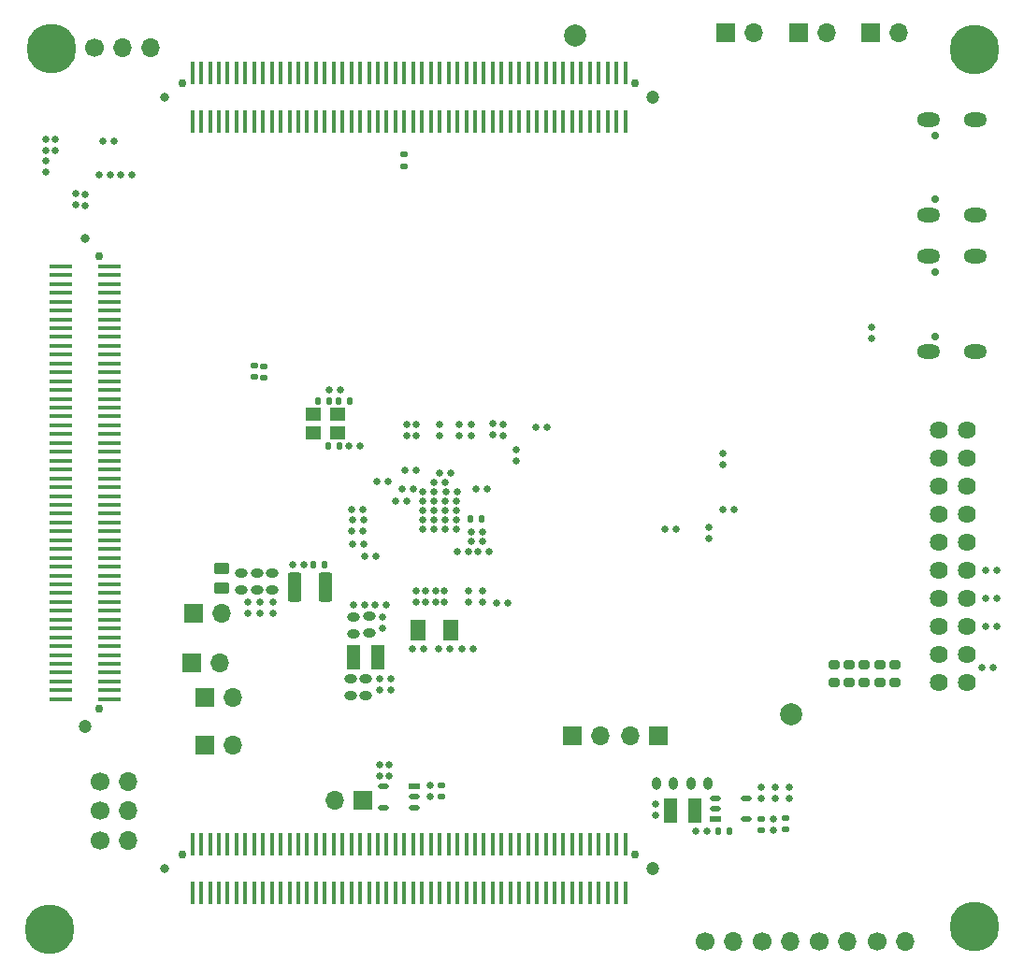
<source format=gbr>
G04 #@! TF.GenerationSoftware,KiCad,Pcbnew,7.0.2*
G04 #@! TF.CreationDate,2023-07-08T17:01:21+08:00*
G04 #@! TF.ProjectId,HPM1500_DDR3_CORE_RevB,48504d31-3530-4305-9f44-4452335f434f,rev?*
G04 #@! TF.SameCoordinates,Original*
G04 #@! TF.FileFunction,Soldermask,Bot*
G04 #@! TF.FilePolarity,Negative*
%FSLAX46Y46*%
G04 Gerber Fmt 4.6, Leading zero omitted, Abs format (unit mm)*
G04 Created by KiCad (PCBNEW 7.0.2) date 2023-07-08 17:01:21*
%MOMM*%
%LPD*%
G01*
G04 APERTURE LIST*
G04 Aperture macros list*
%AMRoundRect*
0 Rectangle with rounded corners*
0 $1 Rounding radius*
0 $2 $3 $4 $5 $6 $7 $8 $9 X,Y pos of 4 corners*
0 Add a 4 corners polygon primitive as box body*
4,1,4,$2,$3,$4,$5,$6,$7,$8,$9,$2,$3,0*
0 Add four circle primitives for the rounded corners*
1,1,$1+$1,$2,$3*
1,1,$1+$1,$4,$5*
1,1,$1+$1,$6,$7*
1,1,$1+$1,$8,$9*
0 Add four rect primitives between the rounded corners*
20,1,$1+$1,$2,$3,$4,$5,0*
20,1,$1+$1,$4,$5,$6,$7,0*
20,1,$1+$1,$6,$7,$8,$9,0*
20,1,$1+$1,$8,$9,$2,$3,0*%
G04 Aperture macros list end*
%ADD10C,1.700000*%
%ADD11O,1.700000X1.700000*%
%ADD12C,1.625600*%
%ADD13C,2.001600*%
%ADD14R,1.700000X1.700000*%
%ADD15C,4.500000*%
%ADD16C,0.700000*%
%ADD17O,2.101600X1.301600*%
%ADD18C,0.635000*%
%ADD19C,0.800000*%
%ADD20C,0.762000*%
%ADD21C,1.200000*%
%ADD22R,0.450000X2.000000*%
%ADD23RoundRect,0.200000X0.275000X-0.200000X0.275000X0.200000X-0.275000X0.200000X-0.275000X-0.200000X0*%
%ADD24R,2.000000X0.450000*%
%ADD25R,1.400000X1.200000*%
%ADD26RoundRect,0.135000X-0.185000X0.135000X-0.185000X-0.135000X0.185000X-0.135000X0.185000X0.135000X0*%
%ADD27RoundRect,0.050800X-0.650250X-0.900450X0.650250X-0.900450X0.650250X0.900450X-0.650250X0.900450X0*%
%ADD28RoundRect,0.135000X-0.135000X-0.185000X0.135000X-0.185000X0.135000X0.185000X-0.135000X0.185000X0*%
%ADD29O,1.143000X0.889000*%
%ADD30O,0.889000X1.143000*%
%ADD31RoundRect,0.135000X0.135000X0.185000X-0.135000X0.185000X-0.135000X-0.185000X0.135000X-0.185000X0*%
%ADD32RoundRect,0.250000X0.375000X1.075000X-0.375000X1.075000X-0.375000X-1.075000X0.375000X-1.075000X0*%
%ADD33R,1.230000X2.220000*%
%ADD34R,1.016000X0.508000*%
%ADD35O,1.016000X0.508000*%
%ADD36RoundRect,0.135000X0.185000X-0.135000X0.185000X0.135000X-0.185000X0.135000X-0.185000X-0.135000X0*%
%ADD37RoundRect,0.250000X-0.450000X0.262500X-0.450000X-0.262500X0.450000X-0.262500X0.450000X0.262500X0*%
G04 APERTURE END LIST*
D10*
X179695000Y-141185000D03*
D11*
X182235000Y-141185000D03*
D10*
X114545000Y-129355000D03*
D11*
X117085000Y-129355000D03*
D12*
X193070000Y-117714000D03*
X190530000Y-117714000D03*
X193070000Y-115174000D03*
X190530000Y-115174000D03*
X193070000Y-112634000D03*
X190530000Y-112634000D03*
X193070000Y-110094000D03*
X190530000Y-110094000D03*
X193070000Y-107554000D03*
X190530000Y-107554000D03*
X193070000Y-105014000D03*
X190530000Y-105014000D03*
X193070000Y-102474000D03*
X190530000Y-102474000D03*
X193070000Y-99934000D03*
X190530000Y-99934000D03*
X193070000Y-97394000D03*
X190530000Y-97394000D03*
X193070000Y-94854000D03*
X190530000Y-94854000D03*
D13*
X157585000Y-59150000D03*
D10*
X174485000Y-141205000D03*
D11*
X177025000Y-141205000D03*
D14*
X165115000Y-122540000D03*
D11*
X162575000Y-122540000D03*
D10*
X114545000Y-126705000D03*
D11*
X117085000Y-126705000D03*
D15*
X193725000Y-60430000D03*
X109945000Y-140045000D03*
D14*
X184345000Y-58865000D03*
D11*
X186885000Y-58865000D03*
D10*
X169295000Y-141205000D03*
D11*
X171835000Y-141205000D03*
D10*
X184895000Y-141185000D03*
D11*
X187435000Y-141185000D03*
D10*
X114045000Y-60285000D03*
D11*
X116585000Y-60285000D03*
X119125000Y-60285000D03*
D13*
X177085000Y-120600000D03*
D10*
X114545000Y-132005000D03*
D11*
X117085000Y-132005000D03*
D14*
X122875000Y-115955000D03*
D11*
X125415000Y-115955000D03*
D15*
X193725000Y-139830000D03*
D14*
X157305000Y-122555000D03*
D11*
X159845000Y-122555000D03*
D14*
X138365000Y-128405000D03*
D11*
X135825000Y-128405000D03*
D14*
X171185000Y-58865000D03*
D11*
X173725000Y-58865000D03*
D14*
X177765000Y-58865000D03*
D11*
X180305000Y-58865000D03*
D14*
X124005000Y-119115000D03*
D11*
X126545000Y-119115000D03*
D16*
X190129900Y-73990200D03*
X190129900Y-68210200D03*
D17*
X189599900Y-75420500D03*
X189600000Y-66780300D03*
X193779900Y-75420400D03*
X193780000Y-66780200D03*
D14*
X123045000Y-111505000D03*
D11*
X125585000Y-111505000D03*
D16*
X190129900Y-86365000D03*
X190129900Y-80585000D03*
D17*
X189599900Y-87795300D03*
X189600000Y-79155100D03*
X193779900Y-87795200D03*
X193780000Y-79155000D03*
D14*
X124005000Y-123427500D03*
D11*
X126545000Y-123427500D03*
D15*
X110124958Y-60347821D03*
D18*
X140715000Y-126173000D03*
X140715000Y-125157000D03*
X143742000Y-100490000D03*
X144758000Y-100490000D03*
D19*
X120394988Y-134570106D03*
D20*
X121994988Y-133320106D03*
X162995188Y-133320106D03*
D21*
X164595188Y-134570106D03*
D22*
X122894988Y-132370106D03*
X122894988Y-136769894D03*
X123695000Y-132370106D03*
X123695000Y-136769894D03*
X124495012Y-132370106D03*
X124495012Y-136769894D03*
X125295024Y-132370106D03*
X125295024Y-136769894D03*
X126095036Y-132370106D03*
X126095036Y-136769894D03*
X126895048Y-132370106D03*
X126895048Y-136769894D03*
X127695060Y-132370106D03*
X127695060Y-136769894D03*
X128495072Y-132370106D03*
X128495072Y-136769894D03*
X129295084Y-132370106D03*
X129295084Y-136769894D03*
X130095096Y-132370106D03*
X130095096Y-136769894D03*
X130895108Y-132370106D03*
X130895108Y-136769894D03*
X131695120Y-132370106D03*
X131695120Y-136769894D03*
X132495132Y-132370106D03*
X132495132Y-136769894D03*
X133295144Y-132370106D03*
X133295144Y-136769894D03*
X134095156Y-132370106D03*
X134095156Y-136769894D03*
X134895168Y-132370106D03*
X134895168Y-136769894D03*
X135695180Y-132370106D03*
X135695180Y-136769894D03*
X136495192Y-132370106D03*
X136495192Y-136769894D03*
X137295204Y-132370106D03*
X137295204Y-136769894D03*
X138095216Y-132370106D03*
X138095216Y-136769894D03*
X138895228Y-132370106D03*
X138895228Y-136769894D03*
X139695240Y-132370106D03*
X139695240Y-136769894D03*
X140495252Y-132370106D03*
X140495252Y-136769894D03*
X141295264Y-132370106D03*
X141295264Y-136769894D03*
X142095292Y-132370106D03*
X142095292Y-136769894D03*
X142895292Y-132370106D03*
X142895292Y-136769894D03*
X143695292Y-132370106D03*
X143695292Y-136769894D03*
X144495292Y-132370106D03*
X144495292Y-136769894D03*
X145295292Y-132370106D03*
X145295292Y-136769894D03*
X146095292Y-132370106D03*
X146095292Y-136769894D03*
X146895292Y-132370106D03*
X146895292Y-136769894D03*
X147695292Y-132370106D03*
X147695292Y-136769894D03*
X148495292Y-132370106D03*
X148495292Y-136769894D03*
X149295292Y-132370106D03*
X149295292Y-136769894D03*
X150095292Y-132370106D03*
X150095292Y-136769894D03*
X150895292Y-132370106D03*
X150895292Y-136769894D03*
X151695292Y-132370106D03*
X151695292Y-136769894D03*
X152495292Y-132370106D03*
X152495292Y-136769894D03*
X153295292Y-132370106D03*
X153295292Y-136769894D03*
X154095292Y-132370106D03*
X154095292Y-136769894D03*
X154895292Y-132370106D03*
X154895292Y-136769894D03*
X155695292Y-132370106D03*
X155695292Y-136769894D03*
X156495292Y-132370106D03*
X156495292Y-136769894D03*
X157295292Y-132370106D03*
X157295292Y-136769894D03*
X158095292Y-132370106D03*
X158095292Y-136769894D03*
X158895292Y-132370106D03*
X158895292Y-136769894D03*
X159695292Y-132370106D03*
X159695292Y-136769894D03*
X160495292Y-132370106D03*
X160495292Y-136769894D03*
X161295292Y-132370106D03*
X161295292Y-136769894D03*
X162095292Y-132370106D03*
X162095292Y-136769894D03*
D18*
X170937000Y-102085000D03*
X171953000Y-102085000D03*
D23*
X186485000Y-117769200D03*
X186485000Y-116119200D03*
D18*
X140860000Y-117382000D03*
X140860000Y-118398000D03*
X145735000Y-109437000D03*
X145735000Y-110453000D03*
D23*
X183760000Y-117769200D03*
X183760000Y-116119200D03*
D18*
X127885000Y-110455000D03*
X127885000Y-111471000D03*
X146248000Y-114645000D03*
X145232000Y-114645000D03*
X129035000Y-110455000D03*
X129035000Y-111471000D03*
D19*
X113219894Y-77542488D03*
D20*
X114469894Y-79142488D03*
X114469894Y-120142688D03*
D21*
X113219894Y-121742688D03*
D24*
X115419894Y-80042488D03*
X111020106Y-80042488D03*
X115419894Y-80842500D03*
X111020106Y-80842500D03*
X115419894Y-81642512D03*
X111020106Y-81642512D03*
X115419894Y-82442524D03*
X111020106Y-82442524D03*
X115419894Y-83242536D03*
X111020106Y-83242536D03*
X115419894Y-84042548D03*
X111020106Y-84042548D03*
X115419894Y-84842560D03*
X111020106Y-84842560D03*
X115419894Y-85642572D03*
X111020106Y-85642572D03*
X115419894Y-86442584D03*
X111020106Y-86442584D03*
X115419894Y-87242596D03*
X111020106Y-87242596D03*
X115419894Y-88042608D03*
X111020106Y-88042608D03*
X115419894Y-88842620D03*
X111020106Y-88842620D03*
X115419894Y-89642632D03*
X111020106Y-89642632D03*
X115419894Y-90442644D03*
X111020106Y-90442644D03*
X115419894Y-91242656D03*
X111020106Y-91242656D03*
X115419894Y-92042668D03*
X111020106Y-92042668D03*
X115419894Y-92842680D03*
X111020106Y-92842680D03*
X115419894Y-93642692D03*
X111020106Y-93642692D03*
X115419894Y-94442704D03*
X111020106Y-94442704D03*
X115419894Y-95242716D03*
X111020106Y-95242716D03*
X115419894Y-96042728D03*
X111020106Y-96042728D03*
X115419894Y-96842740D03*
X111020106Y-96842740D03*
X115419894Y-97642752D03*
X111020106Y-97642752D03*
X115419894Y-98442764D03*
X111020106Y-98442764D03*
X115419894Y-99242792D03*
X111020106Y-99242792D03*
X115419894Y-100042792D03*
X111020106Y-100042792D03*
X115419894Y-100842792D03*
X111020106Y-100842792D03*
X115419894Y-101642792D03*
X111020106Y-101642792D03*
X115419894Y-102442792D03*
X111020106Y-102442792D03*
X115419894Y-103242792D03*
X111020106Y-103242792D03*
X115419894Y-104042792D03*
X111020106Y-104042792D03*
X115419894Y-104842792D03*
X111020106Y-104842792D03*
X115419894Y-105642792D03*
X111020106Y-105642792D03*
X115419894Y-106442792D03*
X111020106Y-106442792D03*
X115419894Y-107242792D03*
X111020106Y-107242792D03*
X115419894Y-108042792D03*
X111020106Y-108042792D03*
X115419894Y-108842792D03*
X111020106Y-108842792D03*
X115419894Y-109642792D03*
X111020106Y-109642792D03*
X115419894Y-110442792D03*
X111020106Y-110442792D03*
X115419894Y-111242792D03*
X111020106Y-111242792D03*
X115419894Y-112042792D03*
X111020106Y-112042792D03*
X115419894Y-112842792D03*
X111020106Y-112842792D03*
X115419894Y-113642792D03*
X111020106Y-113642792D03*
X115419894Y-114442792D03*
X111020106Y-114442792D03*
X115419894Y-115242792D03*
X111020106Y-115242792D03*
X115419894Y-116042792D03*
X111020106Y-116042792D03*
X115419894Y-116842792D03*
X111020106Y-116842792D03*
X115419894Y-117642792D03*
X111020106Y-117642792D03*
X115419894Y-118442792D03*
X111020106Y-118442792D03*
X115419894Y-119242792D03*
X111020106Y-119242792D03*
D18*
X142353000Y-101265000D03*
X141337000Y-101265000D03*
X149155000Y-104985000D03*
X148139000Y-104985000D03*
X115483000Y-71725000D03*
X114467000Y-71725000D03*
X116415000Y-71795000D03*
X117431000Y-71795000D03*
X147925000Y-109417000D03*
X147925000Y-110433000D03*
D25*
X133889000Y-93400000D03*
X136089000Y-93400000D03*
X136089000Y-95100000D03*
X133889000Y-95100000D03*
D18*
X174414900Y-128212297D03*
X174414900Y-127196297D03*
X139860000Y-117382000D03*
X139860000Y-118398000D03*
D26*
X145435000Y-127075000D03*
X145435000Y-128095000D03*
D27*
X143337000Y-113020000D03*
X146253000Y-113020000D03*
D18*
X133009000Y-107105000D03*
X131993000Y-107105000D03*
X142127000Y-98500000D03*
X143143000Y-98500000D03*
X140135000Y-111847000D03*
X140135000Y-112863000D03*
X138463000Y-105190000D03*
X137447000Y-105190000D03*
X148117000Y-104125000D03*
X149133000Y-104125000D03*
X143843000Y-114645000D03*
X142827000Y-114645000D03*
D28*
X134245000Y-92210000D03*
X135265000Y-92210000D03*
D18*
X175635000Y-128208000D03*
X175635000Y-127192000D03*
X150065000Y-95338000D03*
X150065000Y-94322000D03*
D29*
X137495000Y-111770000D03*
X137495000Y-113294000D03*
D26*
X128475000Y-89060000D03*
X128475000Y-90080000D03*
D18*
X148175000Y-95368000D03*
X148175000Y-94352000D03*
X146803000Y-101295000D03*
X145787000Y-101295000D03*
X149633000Y-100175000D03*
X148617000Y-100175000D03*
X142908000Y-100200000D03*
X141892000Y-100200000D03*
X109629700Y-69559200D03*
X109629700Y-68543200D03*
X138353000Y-103985000D03*
X137337000Y-103985000D03*
X146323000Y-98765000D03*
X145307000Y-98765000D03*
D28*
X135175000Y-96310000D03*
X136195000Y-96310000D03*
D18*
X146823000Y-103885000D03*
X145807000Y-103885000D03*
X151045000Y-95358000D03*
X151045000Y-94342000D03*
D19*
X120394988Y-64720106D03*
D20*
X121994988Y-63470106D03*
X162995188Y-63470106D03*
D21*
X164595188Y-64720106D03*
D22*
X122894988Y-62520106D03*
X122894988Y-66919894D03*
X123695000Y-62520106D03*
X123695000Y-66919894D03*
X124495012Y-62520106D03*
X124495012Y-66919894D03*
X125295024Y-62520106D03*
X125295024Y-66919894D03*
X126095036Y-62520106D03*
X126095036Y-66919894D03*
X126895048Y-62520106D03*
X126895048Y-66919894D03*
X127695060Y-62520106D03*
X127695060Y-66919894D03*
X128495072Y-62520106D03*
X128495072Y-66919894D03*
X129295084Y-62520106D03*
X129295084Y-66919894D03*
X130095096Y-62520106D03*
X130095096Y-66919894D03*
X130895108Y-62520106D03*
X130895108Y-66919894D03*
X131695120Y-62520106D03*
X131695120Y-66919894D03*
X132495132Y-62520106D03*
X132495132Y-66919894D03*
X133295144Y-62520106D03*
X133295144Y-66919894D03*
X134095156Y-62520106D03*
X134095156Y-66919894D03*
X134895168Y-62520106D03*
X134895168Y-66919894D03*
X135695180Y-62520106D03*
X135695180Y-66919894D03*
X136495192Y-62520106D03*
X136495192Y-66919894D03*
X137295204Y-62520106D03*
X137295204Y-66919894D03*
X138095216Y-62520106D03*
X138095216Y-66919894D03*
X138895228Y-62520106D03*
X138895228Y-66919894D03*
X139695240Y-62520106D03*
X139695240Y-66919894D03*
X140495252Y-62520106D03*
X140495252Y-66919894D03*
X141295264Y-62520106D03*
X141295264Y-66919894D03*
X142095292Y-62520106D03*
X142095292Y-66919894D03*
X142895292Y-62520106D03*
X142895292Y-66919894D03*
X143695292Y-62520106D03*
X143695292Y-66919894D03*
X144495292Y-62520106D03*
X144495292Y-66919894D03*
X145295292Y-62520106D03*
X145295292Y-66919894D03*
X146095292Y-62520106D03*
X146095292Y-66919894D03*
X146895292Y-62520106D03*
X146895292Y-66919894D03*
X147695292Y-62520106D03*
X147695292Y-66919894D03*
X148495292Y-62520106D03*
X148495292Y-66919894D03*
X149295292Y-62520106D03*
X149295292Y-66919894D03*
X150095292Y-62520106D03*
X150095292Y-66919894D03*
X150895292Y-62520106D03*
X150895292Y-66919894D03*
X151695292Y-62520106D03*
X151695292Y-66919894D03*
X152495292Y-62520106D03*
X152495292Y-66919894D03*
X153295292Y-62520106D03*
X153295292Y-66919894D03*
X154095292Y-62520106D03*
X154095292Y-66919894D03*
X154895292Y-62520106D03*
X154895292Y-66919894D03*
X155695292Y-62520106D03*
X155695292Y-66919894D03*
X156495292Y-62520106D03*
X156495292Y-66919894D03*
X157295292Y-62520106D03*
X157295292Y-66919894D03*
X158095292Y-62520106D03*
X158095292Y-66919894D03*
X158895292Y-62520106D03*
X158895292Y-66919894D03*
X159695292Y-62520106D03*
X159695292Y-66919894D03*
X160495292Y-62520106D03*
X160495292Y-66919894D03*
X161295292Y-62520106D03*
X161295292Y-66919894D03*
X162095292Y-62520106D03*
X162095292Y-66919894D03*
D18*
X184400000Y-85567000D03*
X184400000Y-86583000D03*
X149783000Y-105905000D03*
X148767000Y-105905000D03*
X144925000Y-109442000D03*
X144925000Y-110458000D03*
D30*
X166485000Y-126850000D03*
X164961000Y-126850000D03*
D18*
X175535000Y-131090297D03*
X175535000Y-130074297D03*
X139627000Y-99525000D03*
X140643000Y-99525000D03*
D26*
X142045000Y-69935000D03*
X142045000Y-70955000D03*
D18*
X143762000Y-102170000D03*
X144778000Y-102170000D03*
X145813000Y-99635000D03*
X144797000Y-99635000D03*
X138483000Y-110715000D03*
X137467000Y-110715000D03*
X147025000Y-95348000D03*
X147025000Y-94332000D03*
D23*
X182397500Y-117769200D03*
X182397500Y-116119200D03*
D18*
X114769000Y-68685000D03*
X115785000Y-68685000D03*
X145265000Y-95368000D03*
X145265000Y-94352000D03*
X143742000Y-103020000D03*
X144758000Y-103020000D03*
X109629700Y-70451200D03*
X109629700Y-71467200D03*
D31*
X149095000Y-102905000D03*
X148075000Y-102905000D03*
D18*
X194407000Y-116414000D03*
X195423000Y-116414000D03*
D29*
X137260000Y-117390000D03*
X137260000Y-118914000D03*
D26*
X129365000Y-89100000D03*
X129365000Y-90120000D03*
D18*
X137047000Y-96300000D03*
X138063000Y-96300000D03*
X143792000Y-103840000D03*
X144808000Y-103840000D03*
D29*
X130135000Y-109317000D03*
X130135000Y-107793000D03*
D32*
X134985000Y-109055000D03*
X132185000Y-109055000D03*
D18*
X164835000Y-128742000D03*
X164835000Y-129758000D03*
D26*
X174364900Y-130052297D03*
X174364900Y-131072297D03*
D18*
X152185000Y-97663000D03*
X152185000Y-96647000D03*
D30*
X168023000Y-126900000D03*
X169547000Y-126900000D03*
D18*
X169480900Y-131204297D03*
X168464900Y-131204297D03*
X113185000Y-73525000D03*
X113185000Y-74541000D03*
D33*
X168399900Y-129311297D03*
X166229899Y-129311297D03*
D28*
X133883000Y-107105000D03*
X134903000Y-107105000D03*
D18*
X139885000Y-126175000D03*
X139885000Y-125159000D03*
X194707000Y-107614000D03*
X195723000Y-107614000D03*
X147943000Y-105895000D03*
X146927000Y-105895000D03*
D34*
X142972000Y-127145002D03*
D35*
X142972000Y-128095012D03*
X142972000Y-129044998D03*
X140178000Y-129044998D03*
X140178000Y-127145002D03*
D18*
X146858000Y-100485000D03*
X145842000Y-100485000D03*
X146803000Y-103015000D03*
X145787000Y-103015000D03*
D36*
X176635000Y-131059996D03*
X176635000Y-130039996D03*
D29*
X127325000Y-109317000D03*
X127325000Y-107793000D03*
D18*
X143185000Y-95398000D03*
X143185000Y-94382000D03*
X138335000Y-102030000D03*
X137319000Y-102030000D03*
X146803000Y-102115000D03*
X145787000Y-102115000D03*
X166713000Y-103865000D03*
X165697000Y-103865000D03*
X176973400Y-128204200D03*
X176973400Y-127188200D03*
D37*
X125535000Y-107392500D03*
X125535000Y-109217500D03*
D28*
X170512900Y-131204297D03*
X171532900Y-131204297D03*
D18*
X143975000Y-109422000D03*
X143975000Y-110438000D03*
X110454700Y-69559200D03*
X110454700Y-68543200D03*
D29*
X138610000Y-117390000D03*
X138610000Y-118914000D03*
D18*
X143125000Y-109422000D03*
X143125000Y-110438000D03*
D23*
X185122500Y-117769200D03*
X185122500Y-116119200D03*
D18*
X149175000Y-109442000D03*
X149175000Y-110458000D03*
X169695000Y-104683000D03*
X169695000Y-103667000D03*
X139417000Y-110700000D03*
X140433000Y-110700000D03*
D23*
X181035000Y-117769200D03*
X181035000Y-116119200D03*
D18*
X142300000Y-95383000D03*
X142300000Y-94367000D03*
D33*
X139670000Y-115455000D03*
X137499999Y-115455000D03*
D18*
X130185000Y-110455000D03*
X130185000Y-111471000D03*
D29*
X128735000Y-109317000D03*
X128735000Y-107793000D03*
D18*
X195723000Y-110114000D03*
X194707000Y-110114000D03*
X151473000Y-110495000D03*
X150457000Y-110495000D03*
D29*
X138935000Y-111755000D03*
X138935000Y-113279000D03*
D18*
X138403000Y-102985000D03*
X137387000Y-102985000D03*
D31*
X137175000Y-92220000D03*
X136155000Y-92220000D03*
D18*
X195723000Y-112647333D03*
X194707000Y-112647333D03*
X144415000Y-127057000D03*
X144415000Y-128073000D03*
X112305000Y-73483000D03*
X112305000Y-74499000D03*
X170975000Y-98043000D03*
X170975000Y-97027000D03*
X143762000Y-101320000D03*
X144778000Y-101320000D03*
X155045000Y-94595000D03*
X154029000Y-94595000D03*
X135287000Y-91270000D03*
X136303000Y-91270000D03*
X147312000Y-114645000D03*
X148328000Y-114645000D03*
X139523000Y-106330000D03*
X138507000Y-106330000D03*
D34*
X170241000Y-130099996D03*
D35*
X170241000Y-129149986D03*
X170241000Y-128200000D03*
X173035000Y-128200000D03*
X173035000Y-130099996D03*
M02*

</source>
